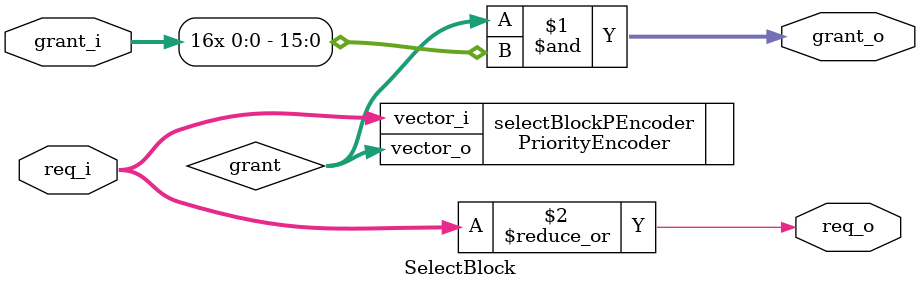
<source format=sv>
/*******************************************************************************
#                        NORTH CAROLINA STATE UNIVERSITY
#
#                              AnyCore Project
# 
# AnyCore written by NCSU authors Rangeen Basu Roy Chowdhury and Eric Rotenberg.
# 
# AnyCore is based on FabScalar which was written by NCSU authors Niket K. 
# Choudhary, Brandon H. Dwiel, and Eric Rotenberg.
# 
# AnyCore also includes contributions by NCSU authors Elliott Forbes, Jayneel 
# Gandhi, Anil Kumar Kannepalli, Sungkwan Ku, Hiran Mayukh, Hashem Hashemi 
# Najaf-abadi, Sandeep Navada, Tanmay Shah, Ashlesha Shastri, Vinesh Srinivasan, 
# and Salil Wadhavkar.
# 
# AnyCore is distributed under the BSD license.
*******************************************************************************/

`timescale 1ns/100ps

module SelectBlock #(
	parameter SIZE_SELECT_BLOCK = 16
	)(
  //input                           clk,
  //input                           reset,

	input  [SIZE_SELECT_BLOCK-1:0]  req_i,

	/* The grant signal coming in from the next stage of the select tree */
	input                           grant_i,

	output [SIZE_SELECT_BLOCK-1:0]  grant_o,

	/* OR of the request signals, used as req_i for next stage of the select tree */
	output                          req_o
);

/* Wires and registers for combinatinal logic */
wire [SIZE_SELECT_BLOCK-1:0] grant;

/* Gate the current grant output with the grant_i from the next stage of the select tree */
assign grant_o = grant & {SIZE_SELECT_BLOCK{grant_i}};

/* Create the OR gate */
assign req_o = |req_i;

/* Create the priority logic */
PriorityEncoder #(
	.ENCODER_WIDTH     (SIZE_SELECT_BLOCK)
	)
	selectBlockPEncoder(

	.vector_i          (req_i),
	.vector_o          (grant)
);
endmodule

</source>
